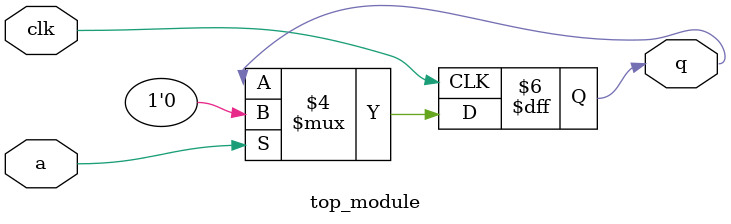
<source format=sv>
module top_module (
	input clk,
	input a, 
	output reg q
);

always @(posedge clk) begin
	if (a == 1'b1)
		q <= 1'b0;
	else
		q <= q;
end

endmodule

</source>
